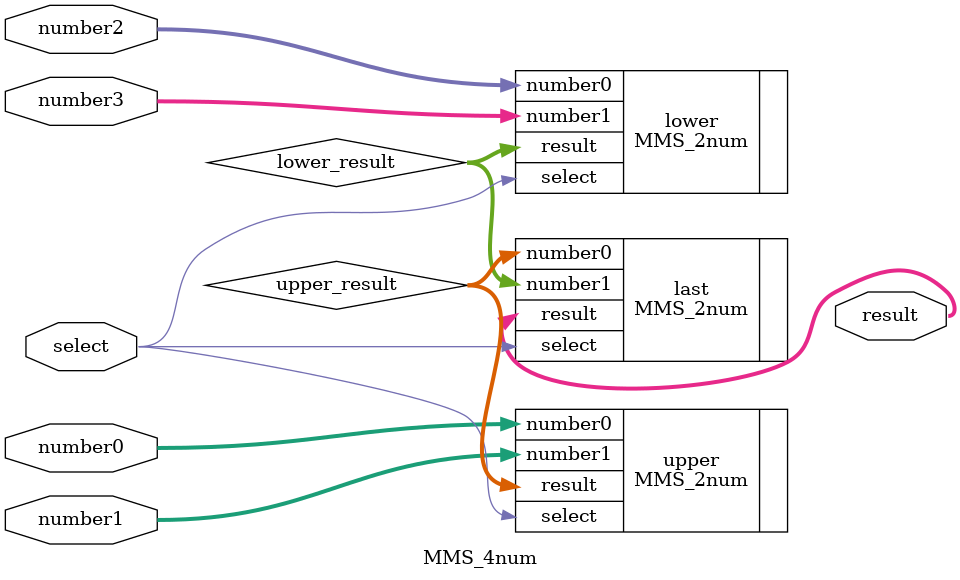
<source format=v>
`include "MMS_2num.v"
module MMS_4num(result, select, number0, number1, number2, number3);

input        select;
input  [7:0] number0;
input  [7:0] number1;
input  [7:0] number2;
input  [7:0] number3;
output [7:0] result; 


wire [7:0] upper_result;
wire [7:0] lower_result;	

MMS_2num upper(.result(upper_result), .select(select), .number0(number0), .number1(number1));
MMS_2num lower(.result(lower_result), .select(select), .number0(number2), .number1(number3));
MMS_2num last(.result(result), .select(select), .number0(upper_result), .number1(lower_result));

endmodule


</source>
